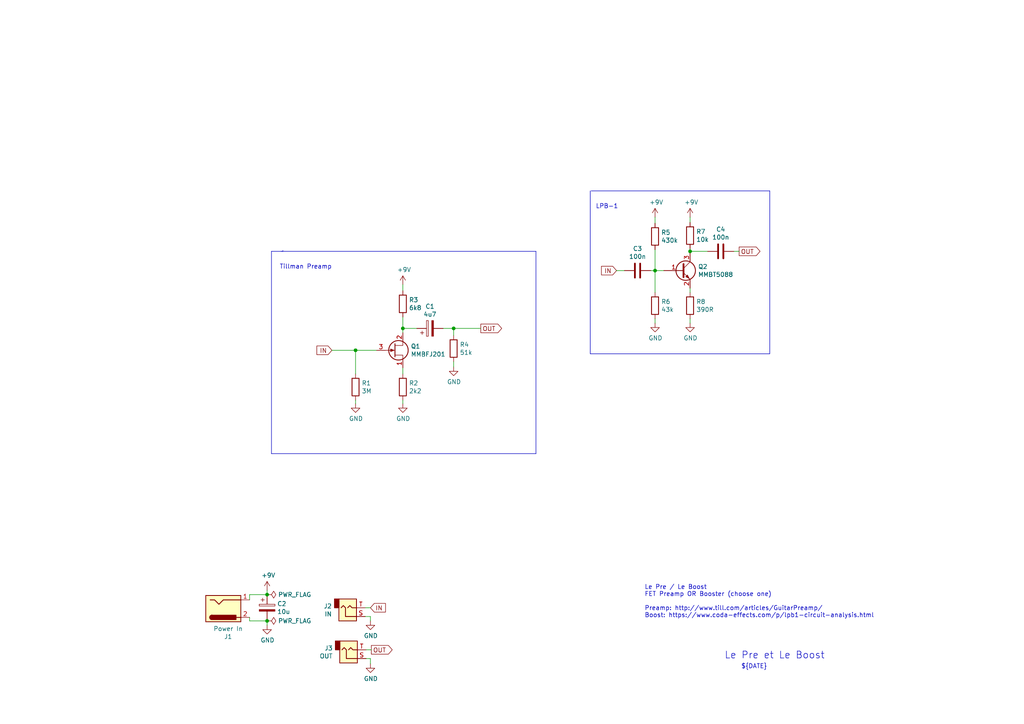
<source format=kicad_sch>
(kicad_sch (version 20200714) (host eeschema "(5.99.0-2363-g9a801d8b7)")
  (page 1 1)
  (paper "A4")
  (lib_symbols
    (symbol "Connector:AudioJack2" (pin_names (offset 0.508))
      (property "Reference" "J" (at 0 8.89 0))
      (property "Value" "AudioJack2" (at 0 6.35 0))
      (symbol "AudioJack2_0_1"
        (rectangle (start -3.81 0) (end -2.54 -2.54) (stroke (width 0.254)) (fill (type outline)))
        (rectangle (start -2.54 3.81) (end 2.54 -2.54) (stroke (width 0.254)) (fill (type background)))
        (polyline (pts (xy 0 0) (xy 0.635 -0.635) (xy 1.27 0) (xy 2.54 0)) (stroke (width 0.254)))
        (polyline (pts (xy 2.54 2.54) (xy -0.635 2.54) (xy -0.635 0) (xy -1.27 -0.635) (xy -1.905 0)) (stroke (width 0.254)))
      )
      (symbol "AudioJack2_1_1"
        (pin passive line (at 5.08 2.54 180) (length 2.54) (name "~") (number "S"))
        (pin passive line (at 5.08 0 180) (length 2.54) (name "~") (number "T"))
      )
    )
    (symbol "Device:C" (pin_numbers hide) (pin_names (offset 0.254))
      (property "Reference" "C" (at 0.635 2.54 0))
      (property "Value" "C" (at 0.635 -2.54 0))
      (symbol "C_0_1"
        (polyline (pts (xy -2.032 -0.762) (xy 2.032 -0.762)) (stroke (width 0.508)))
        (polyline (pts (xy -2.032 0.762) (xy 2.032 0.762)) (stroke (width 0.508)))
      )
      (symbol "C_1_1"
        (pin passive line (at 0 3.81 270) (length 2.794) (name "~") (number "1"))
        (pin passive line (at 0 -3.81 90) (length 2.794) (name "~") (number "2"))
      )
    )
    (symbol "Device:CP" (pin_numbers hide) (pin_names (offset 0.254))
      (property "Reference" "C" (at 0.635 2.54 0))
      (property "Value" "CP" (at 0.635 -2.54 0))
      (symbol "CP_0_1"
        (rectangle (start -2.286 0.508) (end 2.286 1.016))
        (rectangle (start 2.286 -0.508) (end -2.286 -1.016) (fill (type outline)))
        (polyline (pts (xy -1.778 2.286) (xy -0.762 2.286)))
        (polyline (pts (xy -1.27 2.794) (xy -1.27 1.778)))
      )
      (symbol "CP_1_1"
        (pin passive line (at 0 3.81 270) (length 2.794) (name "~") (number "1"))
        (pin passive line (at 0 -3.81 90) (length 2.794) (name "~") (number "2"))
      )
    )
    (symbol "Device:R" (pin_numbers hide) (pin_names (offset 0))
      (property "Reference" "R" (at 2.032 0 90))
      (property "Value" "R" (at 0 0 90))
      (symbol "R_0_1"
        (rectangle (start -1.016 -2.54) (end 1.016 2.54) (stroke (width 0.254)))
      )
      (symbol "R_1_1"
        (pin passive line (at 0 3.81 270) (length 1.27) (name "~") (number "1"))
        (pin passive line (at 0 -3.81 90) (length 1.27) (name "~") (number "2"))
      )
    )
    (symbol "power:+9V" (power) (pin_names (offset 0))
      (property "Value" "+9V" (at 0 3.556 0))
      (symbol "+9V_0_1"
        (polyline (pts (xy -0.762 1.27) (xy 0 2.54)))
        (polyline (pts (xy 0 0) (xy 0 2.54)))
        (polyline (pts (xy 0 2.54) (xy 0.762 1.27)))
      )
      (symbol "+9V_1_1"
        (pin power_in line (at 0 0 90) (length 0) hide (name "+9V") (number "1"))
      )
    )
    (symbol "power:GND" (power) (pin_names (offset 0))
      (property "Value" "GND" (at 0 -3.81 0))
      (symbol "GND_0_1"
        (polyline (pts (xy 0 0) (xy 0 -1.27) (xy 1.27 -1.27) (xy 0 -2.54) (xy -1.27 -1.27) (xy 0 -1.27)))
      )
      (symbol "GND_1_1"
        (pin power_in line (at 0 0 270) (length 0) hide (name "GND") (number "1"))
      )
    )
    (symbol "power:PWR_FLAG" (power) (pin_numbers hide) (pin_names (offset 0) hide)
      (property "Value" "PWR_FLAG" (at 0 3.81 0))
      (symbol "PWR_FLAG_0_1"
        (polyline (pts (xy 0 0) (xy 0 1.27) (xy -1.016 1.905) (xy 0 2.54) (xy 1.016 1.905) (xy 0 1.27)))
      )
      (symbol "PWR_FLAG_0_0"
        (pin power_out line (at 0 0 90) (length 0) (name "pwr") (number "1"))
      )
    )
    (symbol "rockola_symbols:MMBFJ201_DS_Swapped" (pin_names (offset 0.508) hide)
      (property "Reference" "Q" (at 5.08 1.905 0))
      (property "Value" "MMBFJ201_DS_Swapped" (at 5.08 0 0))
      (symbol "MMBFJ201_DS_Swapped_0_1"
        (circle (center 1.27 0) (radius 2.8194) (stroke (width 0.254)))
        (polyline (pts (xy 0.254 0) (xy -2.54 0)))
        (polyline (pts (xy 0.254 1.905) (xy 0.254 -1.905)) (stroke (width 0.254)))
        (polyline (pts (xy 2.54 -2.54) (xy 2.54 -1.397) (xy 0.254 -1.397)))
        (polyline (pts (xy 2.54 2.54) (xy 2.54 1.397) (xy 0.254 1.397)))
        (polyline (pts (xy 0 0) (xy -1.016 0.381) (xy -1.016 -0.381) (xy 0 0)) (fill (type outline)))
      )
      (symbol "MMBFJ201_DS_Swapped_1_1"
        (pin passive line (at 2.54 5.08 270) (length 2.54) (name "S") (number "2"))
        (pin passive line (at 2.54 -5.08 90) (length 2.54) (name "D") (number "1"))
        (pin input line (at -5.08 0 0) (length 2.54) (name "G") (number "3"))
      )
    )
    (symbol "rockola_symbols:MMBT5088" (pin_names (offset 0) hide)
      (property "Reference" "Q" (at 5.08 1.905 0))
      (property "Value" "MMBT5088" (at 5.08 0 0))
      (symbol "MMBT5088_0_1"
        (circle (center 1.27 0) (radius 2.8194) (stroke (width 0.254)))
        (polyline (pts (xy 0.635 0.635) (xy 2.54 2.54)))
        (polyline (pts (xy 0.635 -0.635) (xy 2.54 -2.54) (xy 2.54 -2.54)))
        (polyline (pts (xy 0.635 1.905) (xy 0.635 -1.905) (xy 0.635 -1.905)) (stroke (width 0.508)))
        (polyline (pts (xy 1.27 -1.778) (xy 1.778 -1.27) (xy 2.286 -2.286) (xy 1.27 -1.778) (xy 1.27 -1.778)) (fill (type outline)))
      )
      (symbol "MMBT5088_1_1"
        (pin passive line (at 2.54 -5.08 90) (length 2.54) (name "E") (number "2"))
        (pin passive line (at -5.08 0 0) (length 5.715) (name "B") (number "1"))
        (pin passive line (at 2.54 5.08 270) (length 2.54) (name "C") (number "3"))
      )
    )
    (symbol "rockola_symbols:Power_Pedal_BarrelJack"
      (property "Reference" "J" (at 0 5.334 0))
      (property "Value" "Power_Pedal_BarrelJack" (at 0 -5.08 0))
      (symbol "Power_Pedal_BarrelJack_0_1"
        (arc (start -3.302 3.175) (end -3.302 1.905) (radius (at -3.302 2.54) (length 0.635) (angles 90.1 -90.1)) (stroke (width 0.254)) (fill (type outline)))
        (arc (start -3.302 3.175) (end -3.302 1.905) (radius (at -3.302 2.54) (length 0.635) (angles 90.1 -90.1)) (stroke (width 0.254)))
        (rectangle (start -5.08 3.81) (end 5.08 -3.81) (stroke (width 0.254)) (fill (type background)))
        (rectangle (start 3.683 3.175) (end -3.302 1.905) (stroke (width 0.254)) (fill (type outline)))
        (polyline (pts (xy 5.08 2.54) (xy 3.81 2.54)) (stroke (width 0.254)))
        (polyline (pts (xy -3.81 -2.54) (xy -2.54 -2.54) (xy -1.27 -1.27) (xy 0 -2.54) (xy 2.54 -2.54) (xy 5.08 -2.54)) (stroke (width 0.254)))
      )
      (symbol "Power_Pedal_BarrelJack_1_1"
        (pin passive line (at 7.62 2.54 180) (length 2.54) (name "~") (number "2"))
        (pin passive line (at 7.62 -2.54 180) (length 2.54) (name "~") (number "1"))
      )
    )
  )
  (junction (at 77.47 172.466))
  (junction (at 77.47 180.086))
  (junction (at 103.124 101.6))
  (junction (at 116.84 95.25))
  (junction (at 131.572 95.25))
  (junction (at 189.992 78.486))
  (junction (at 200.152 72.898))
  (wire (pts (xy 72.39 172.466) (xy 72.39 173.99)))
  (wire (pts (xy 72.39 172.466) (xy 77.47 172.466)))
  (wire (pts (xy 72.39 179.07) (xy 72.39 180.086)))
  (wire (pts (xy 72.39 180.086) (xy 77.47 180.086)))
  (wire (pts (xy 77.47 171.196) (xy 77.47 172.466)))
  (wire (pts (xy 77.47 180.086) (xy 77.47 181.356)))
  (wire (pts (xy 96.266 101.6) (xy 103.124 101.6)))
  (wire (pts (xy 103.124 101.6) (xy 103.124 108.458)))
  (wire (pts (xy 103.124 101.6) (xy 109.22 101.6)))
  (wire (pts (xy 103.124 116.078) (xy 103.124 117.094)))
  (wire (pts (xy 105.918 176.276) (xy 107.442 176.276)))
  (wire (pts (xy 105.918 178.816) (xy 107.442 178.816)))
  (wire (pts (xy 106.172 188.468) (xy 107.696 188.468)))
  (wire (pts (xy 107.442 180.086) (xy 107.442 178.816)))
  (wire (pts (xy 107.442 191.008) (xy 106.172 191.008)))
  (wire (pts (xy 107.442 192.532) (xy 107.442 191.008)))
  (wire (pts (xy 116.84 82.55) (xy 116.84 84.328)))
  (wire (pts (xy 116.84 91.948) (xy 116.84 95.25)))
  (wire (pts (xy 116.84 95.25) (xy 116.84 96.52)))
  (wire (pts (xy 116.84 106.68) (xy 116.84 108.458)))
  (wire (pts (xy 116.84 116.078) (xy 116.84 117.094)))
  (wire (pts (xy 120.904 95.25) (xy 116.84 95.25)))
  (wire (pts (xy 131.572 95.25) (xy 128.524 95.25)))
  (wire (pts (xy 131.572 95.25) (xy 139.446 95.25)))
  (wire (pts (xy 131.572 97.282) (xy 131.572 95.25)))
  (wire (pts (xy 131.572 104.902) (xy 131.572 106.426)))
  (wire (pts (xy 178.816 78.486) (xy 181.102 78.486)))
  (wire (pts (xy 188.722 78.486) (xy 189.992 78.486)))
  (wire (pts (xy 189.992 62.992) (xy 189.992 64.77)))
  (wire (pts (xy 189.992 72.39) (xy 189.992 78.486)))
  (wire (pts (xy 189.992 78.486) (xy 189.992 84.836)))
  (wire (pts (xy 189.992 78.486) (xy 192.532 78.486)))
  (wire (pts (xy 189.992 92.456) (xy 189.992 93.726)))
  (wire (pts (xy 200.152 62.992) (xy 200.152 64.516)))
  (wire (pts (xy 200.152 72.136) (xy 200.152 72.898)))
  (wire (pts (xy 200.152 72.898) (xy 200.152 73.406)))
  (wire (pts (xy 200.152 72.898) (xy 205.232 72.898)))
  (wire (pts (xy 200.152 83.566) (xy 200.152 84.836)))
  (wire (pts (xy 200.152 92.456) (xy 200.152 93.726)))
  (wire (pts (xy 212.852 72.898) (xy 214.376 72.898)))
  (polyline (pts (xy 78.74 72.898) (xy 82.042 72.898)) (stroke (width 0) (type solid)))
  (polyline (pts (xy 78.74 131.572) (xy 78.74 72.898)) (stroke (width 0) (type solid)))
  (polyline (pts (xy 81.534 72.898) (xy 155.448 72.898)) (stroke (width 0) (type solid)))
  (polyline (pts (xy 82.042 72.644) (xy 82.042 72.898)) (stroke (width 0) (type solid)))
  (polyline (pts (xy 155.448 72.898) (xy 155.448 131.572)) (stroke (width 0) (type solid)))
  (polyline (pts (xy 155.448 131.572) (xy 78.74 131.572)) (stroke (width 0) (type solid)))
  (polyline (pts (xy 171.196 55.372) (xy 171.196 102.616)) (stroke (width 0) (type solid)))
  (polyline (pts (xy 171.45 55.372) (xy 223.266 55.372)) (stroke (width 0) (type solid)))
  (polyline (pts (xy 223.266 55.372) (xy 223.266 102.616)) (stroke (width 0) (type solid)))
  (polyline (pts (xy 223.266 102.616) (xy 171.196 102.616)) (stroke (width 0) (type solid)))
  (text "Tillman Preamp\n" (at 96.266 78.232 180) (effects (font (size 1.27 1.27)) (justify right bottom)))
  (text "LPB-1" (at 179.324 60.706 180) (effects (font (size 1.27 1.27)) (justify right bottom)))
  (text "Le Pre / Le Boost\nFET Preamp OR Booster (choose one)\n\nPreamp: http://www.till.com/articles/GuitarPreamp/\nBoost: https://www.coda-effects.com/p/lpb1-circuit-analysis.html" (at 186.944 179.324 0) (effects (font (size 1.27 1.27)) (justify left bottom)))
  (text "${DATE}" (at 222.5294 194.1322 180) (effects (font (size 1.27 1.27)) (justify right bottom)))
  (text "Le Pre et Le Boost" (at 239.268 191.3382 180) (effects (font (size 2 2)) (justify right bottom)))
  (text "${REVISION}" (at 276.2504 194.2846 180) (effects (font (size 1.27 1.27)) (justify right bottom)))
  (global_label "IN" (shape input) (at 96.266 101.6 180))
  (global_label "IN" (shape input) (at 107.442 176.276 0))
  (global_label "OUT" (shape output) (at 107.696 188.468 0))
  (global_label "OUT" (shape output) (at 139.446 95.25 0))
  (global_label "IN" (shape input) (at 178.816 78.486 180))
  (global_label "OUT" (shape output) (at 214.376 72.898 0))
  (symbol (lib_id "power:PWR_FLAG") (at 77.47 172.466 270) (unit 1)
    (property "Reference" "#FLG01" (effects hide))
    (property "Value" "PWR_FLAG" (at 80.6451 172.466 90) (effects (justify left)))
  )
  (symbol (lib_id "power:PWR_FLAG") (at 77.47 180.086 270) (unit 1)
    (property "Reference" "#FLG02" (effects hide))
    (property "Value" "PWR_FLAG" (at 80.6451 180.086 90) (effects (justify left)))
  )
  (symbol (lib_id "power:+9V") (at 77.47 171.196 0) (unit 1)
    (property "Reference" "#PWR01" (effects hide))
    (property "Value" "+9V" (at 77.8383 166.8716 0))
  )
  (symbol (lib_id "power:+9V") (at 116.84 82.55 0) (unit 1)
    (property "Reference" "#PWR07" (effects hide))
    (property "Value" "+9V" (at 117.2083 78.2256 0))
  )
  (symbol (lib_id "power:+9V") (at 189.992 62.992 0) (unit 1)
    (property "Reference" "#PWR03" (effects hide))
    (property "Value" "+9V" (at 190.3603 58.6676 0))
  )
  (symbol (lib_id "power:+9V") (at 200.152 62.992 0) (unit 1)
    (property "Reference" "#PWR011" (effects hide))
    (property "Value" "+9V" (at 200.5203 58.6676 0))
  )
  (symbol (lib_id "power:GND") (at 77.47 181.356 0) (unit 1)
    (property "Reference" "#PWR02" (effects hide))
    (property "Value" "GND" (at 77.5843 185.6804 0))
  )
  (symbol (lib_id "power:GND") (at 103.124 117.094 0) (unit 1)
    (property "Reference" "#PWR04" (effects hide))
    (property "Value" "GND" (at 103.2383 121.4184 0))
  )
  (symbol (lib_id "power:GND") (at 107.442 180.086 0) (unit 1)
    (property "Reference" "#PWR05" (effects hide))
    (property "Value" "GND" (at 107.5563 184.4104 0))
  )
  (symbol (lib_id "power:GND") (at 107.442 192.532 0) (unit 1)
    (property "Reference" "#PWR06" (effects hide))
    (property "Value" "GND" (at 107.5563 196.8564 0))
  )
  (symbol (lib_id "power:GND") (at 116.84 117.094 0) (unit 1)
    (property "Reference" "#PWR08" (effects hide))
    (property "Value" "GND" (at 116.9543 121.4184 0))
  )
  (symbol (lib_id "power:GND") (at 131.572 106.426 0) (unit 1)
    (property "Reference" "#PWR09" (effects hide))
    (property "Value" "GND" (at 131.6863 110.7504 0))
  )
  (symbol (lib_id "power:GND") (at 189.992 93.726 0) (unit 1)
    (property "Reference" "#PWR010" (effects hide))
    (property "Value" "GND" (at 190.1063 98.0504 0))
  )
  (symbol (lib_id "power:GND") (at 200.152 93.726 0) (unit 1)
    (property "Reference" "#PWR012" (effects hide))
    (property "Value" "GND" (at 200.2663 98.0504 0))
  )
  (symbol (lib_id "Device:R") (at 103.124 112.268 0) (unit 1)
    (property "Reference" "R1" (at 104.9021 111.1186 0) (effects (justify left)))
    (property "Value" "3M" (at 104.9021 113.4173 0) (effects (justify left)))
    (property "Footprint" "Resistor_SMD:R_0805_2012Metric" (effects hide))
  )
  (symbol (lib_id "Device:R") (at 116.84 88.138 0) (unit 1)
    (property "Reference" "R3" (at 118.6181 86.9886 0) (effects (justify left)))
    (property "Value" "6k8" (at 118.6181 89.2873 0) (effects (justify left)))
    (property "Footprint" "Resistor_SMD:R_0805_2012Metric" (effects hide))
  )
  (symbol (lib_id "Device:R") (at 116.84 112.268 0) (unit 1)
    (property "Reference" "R2" (at 118.6181 111.1186 0) (effects (justify left)))
    (property "Value" "2k2" (at 118.6181 113.4173 0) (effects (justify left)))
    (property "Footprint" "Resistor_SMD:R_0805_2012Metric" (effects hide))
  )
  (symbol (lib_id "Device:R") (at 131.572 101.092 0) (unit 1)
    (property "Reference" "R4" (at 133.3501 99.9426 0) (effects (justify left)))
    (property "Value" "51k" (at 133.3501 102.2413 0) (effects (justify left)))
    (property "Footprint" "Resistor_SMD:R_0805_2012Metric" (effects hide))
  )
  (symbol (lib_id "Device:R") (at 189.992 68.58 0) (unit 1)
    (property "Reference" "R5" (at 191.7701 67.4306 0) (effects (justify left)))
    (property "Value" "430k" (at 191.7701 69.7293 0) (effects (justify left)))
    (property "Footprint" "Resistor_SMD:R_0805_2012Metric" (effects hide))
  )
  (symbol (lib_id "Device:R") (at 189.992 88.646 0) (unit 1)
    (property "Reference" "R6" (at 191.7701 87.4966 0) (effects (justify left)))
    (property "Value" "43k" (at 191.7701 89.7953 0) (effects (justify left)))
    (property "Footprint" "Resistor_SMD:R_0805_2012Metric" (effects hide))
  )
  (symbol (lib_id "Device:R") (at 200.152 68.326 0) (unit 1)
    (property "Reference" "R7" (at 201.9301 67.1766 0) (effects (justify left)))
    (property "Value" "10k" (at 201.9301 69.4753 0) (effects (justify left)))
    (property "Footprint" "Resistor_SMD:R_0805_2012Metric" (effects hide))
  )
  (symbol (lib_id "Device:R") (at 200.152 88.646 0) (unit 1)
    (property "Reference" "R8" (at 201.9301 87.4966 0) (effects (justify left)))
    (property "Value" "390R" (at 201.93 89.795 0) (effects (justify left)))
    (property "Footprint" "Resistor_SMD:R_0805_2012Metric" (effects hide))
  )
  (symbol (lib_id "Device:CP") (at 77.47 176.276 0) (unit 1)
    (property "Reference" "C2" (at 80.391 175.127 0) (effects (justify left)))
    (property "Value" "10u" (at 80.391 177.425 0) (effects (justify left)))
    (property "Footprint" "Capacitor_SMD:C_0805_2012Metric" (effects hide))
  )
  (symbol (lib_id "Device:CP") (at 124.714 95.25 90) (unit 1)
    (property "Reference" "C1" (at 124.714 88.8808 90))
    (property "Value" "4u7" (at 124.714 91.1795 90))
    (property "Footprint" "Capacitor_SMD:C_0805_2012Metric" (effects hide))
  )
  (symbol (lib_id "Device:C") (at 184.912 78.486 90) (unit 1)
    (property "Reference" "C3" (at 184.912 72.1168 90))
    (property "Value" "100n" (at 184.912 74.4155 90))
    (property "Footprint" "Capacitor_SMD:C_0805_2012Metric" (effects hide))
  )
  (symbol (lib_id "Device:C") (at 209.042 72.898 90) (unit 1)
    (property "Reference" "C4" (at 209.042 66.5288 90))
    (property "Value" "100n" (at 209.042 68.8275 90))
    (property "Footprint" "Capacitor_SMD:C_0805_2012Metric" (effects hide))
  )
  (symbol (lib_id "Connector:AudioJack2") (at 100.838 176.276 0) (mirror x) (unit 1)
    (property "Reference" "J2" (at 96.2659 175.8124 0) (effects (justify right)))
    (property "Value" "IN" (at 96.2659 178.1111 0) (effects (justify right)))
    (property "Footprint" "rockola_kicad_footprints:2PADS_TS_Horizontal" (effects hide))
  )
  (symbol (lib_id "Connector:AudioJack2") (at 101.092 188.468 0) (mirror x) (unit 1)
    (property "Reference" "J3" (at 96.5199 188.0044 0) (effects (justify right)))
    (property "Value" "OUT" (at 96.5199 190.3031 0) (effects (justify right)))
    (property "Footprint" "rockola_kicad_footprints:2PADS_TS_Horizontal" (effects hide))
  )
  (symbol (lib_id "rockola_symbols:Power_Pedal_BarrelJack") (at 64.77 176.53 0) (mirror x) (unit 1)
    (property "Reference" "J1" (at 66.167 184.652 0))
    (property "Value" "Power In" (at 66.167 182.353 0))
    (property "Footprint" "rockola_kicad_footprints:Power_Header_2pin_VERTICAL_ALT" (effects hide))
  )
  (symbol (lib_id "rockola_symbols:MMBFJ201_DS_Swapped") (at 114.3 101.6 0) (unit 1)
    (property "Reference" "Q1" (at 119.1515 100.4506 0) (effects (justify left)))
    (property "Value" "MMBFJ201" (at 119.151 102.749 0) (effects (justify left)))
    (property "Footprint" "Package_TO_SOT_SMD:SOT-23" (effects hide))
    (property "Datasheet" "http://www.experimentalistsanonymous.com/diy/Datasheets/J201.pdf" (effects hide))
  )
  (symbol (lib_id "rockola_symbols:MMBT5088") (at 197.612 78.486 0) (unit 1)
    (property "Reference" "Q2" (at 202.4635 77.3366 0) (effects (justify left)))
    (property "Value" "MMBT5088" (at 202.4635 79.6353 0) (effects (justify left)))
    (property "Footprint" "Package_TO_SOT_SMD:SOT-23" (effects hide))
    (property "Datasheet" "https://www.fairchildsemi.com/datasheets/2N/2N3904.pdf" (effects hide))
  )
)
</source>
